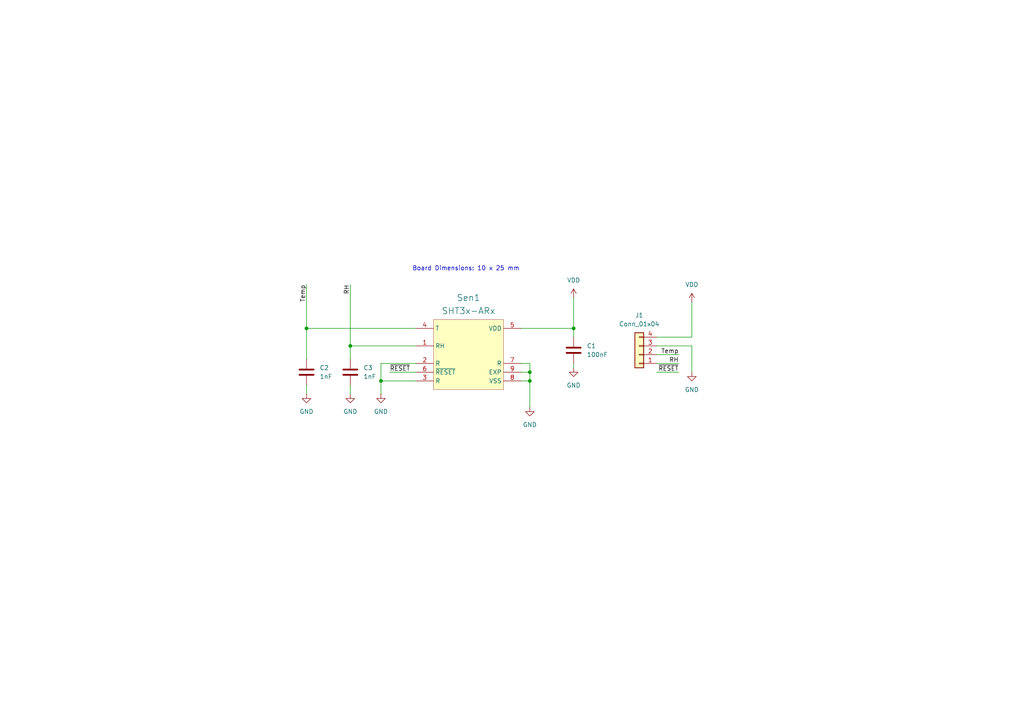
<source format=kicad_sch>
(kicad_sch
	(version 20250114)
	(generator "eeschema")
	(generator_version "9.0")
	(uuid "1a59383d-dbc8-4910-97ad-dc741e024815")
	(paper "A4")
	(lib_symbols
		(symbol "Connector_Generic:Conn_01x04"
			(pin_names
				(offset 1.016)
				(hide yes)
			)
			(exclude_from_sim no)
			(in_bom yes)
			(on_board yes)
			(property "Reference" "J"
				(at 0 5.08 0)
				(effects
					(font
						(size 1.27 1.27)
					)
				)
			)
			(property "Value" "Conn_01x04"
				(at 0 -7.62 0)
				(effects
					(font
						(size 1.27 1.27)
					)
				)
			)
			(property "Footprint" ""
				(at 0 0 0)
				(effects
					(font
						(size 1.27 1.27)
					)
					(hide yes)
				)
			)
			(property "Datasheet" "~"
				(at 0 0 0)
				(effects
					(font
						(size 1.27 1.27)
					)
					(hide yes)
				)
			)
			(property "Description" "Generic connector, single row, 01x04, script generated (kicad-library-utils/schlib/autogen/connector/)"
				(at 0 0 0)
				(effects
					(font
						(size 1.27 1.27)
					)
					(hide yes)
				)
			)
			(property "ki_keywords" "connector"
				(at 0 0 0)
				(effects
					(font
						(size 1.27 1.27)
					)
					(hide yes)
				)
			)
			(property "ki_fp_filters" "Connector*:*_1x??_*"
				(at 0 0 0)
				(effects
					(font
						(size 1.27 1.27)
					)
					(hide yes)
				)
			)
			(symbol "Conn_01x04_1_1"
				(rectangle
					(start -1.27 3.81)
					(end 1.27 -6.35)
					(stroke
						(width 0.254)
						(type default)
					)
					(fill
						(type background)
					)
				)
				(rectangle
					(start -1.27 2.667)
					(end 0 2.413)
					(stroke
						(width 0.1524)
						(type default)
					)
					(fill
						(type none)
					)
				)
				(rectangle
					(start -1.27 0.127)
					(end 0 -0.127)
					(stroke
						(width 0.1524)
						(type default)
					)
					(fill
						(type none)
					)
				)
				(rectangle
					(start -1.27 -2.413)
					(end 0 -2.667)
					(stroke
						(width 0.1524)
						(type default)
					)
					(fill
						(type none)
					)
				)
				(rectangle
					(start -1.27 -4.953)
					(end 0 -5.207)
					(stroke
						(width 0.1524)
						(type default)
					)
					(fill
						(type none)
					)
				)
				(pin passive line
					(at -5.08 2.54 0)
					(length 3.81)
					(name "Pin_1"
						(effects
							(font
								(size 1.27 1.27)
							)
						)
					)
					(number "1"
						(effects
							(font
								(size 1.27 1.27)
							)
						)
					)
				)
				(pin passive line
					(at -5.08 0 0)
					(length 3.81)
					(name "Pin_2"
						(effects
							(font
								(size 1.27 1.27)
							)
						)
					)
					(number "2"
						(effects
							(font
								(size 1.27 1.27)
							)
						)
					)
				)
				(pin passive line
					(at -5.08 -2.54 0)
					(length 3.81)
					(name "Pin_3"
						(effects
							(font
								(size 1.27 1.27)
							)
						)
					)
					(number "3"
						(effects
							(font
								(size 1.27 1.27)
							)
						)
					)
				)
				(pin passive line
					(at -5.08 -5.08 0)
					(length 3.81)
					(name "Pin_4"
						(effects
							(font
								(size 1.27 1.27)
							)
						)
					)
					(number "4"
						(effects
							(font
								(size 1.27 1.27)
							)
						)
					)
				)
			)
			(embedded_fonts no)
		)
		(symbol "Device:C"
			(pin_numbers
				(hide yes)
			)
			(pin_names
				(offset 0.254)
			)
			(exclude_from_sim no)
			(in_bom yes)
			(on_board yes)
			(property "Reference" "C"
				(at 0.635 2.54 0)
				(effects
					(font
						(size 1.27 1.27)
					)
					(justify left)
				)
			)
			(property "Value" "C"
				(at 0.635 -2.54 0)
				(effects
					(font
						(size 1.27 1.27)
					)
					(justify left)
				)
			)
			(property "Footprint" ""
				(at 0.9652 -3.81 0)
				(effects
					(font
						(size 1.27 1.27)
					)
					(hide yes)
				)
			)
			(property "Datasheet" "~"
				(at 0 0 0)
				(effects
					(font
						(size 1.27 1.27)
					)
					(hide yes)
				)
			)
			(property "Description" "Unpolarized capacitor"
				(at 0 0 0)
				(effects
					(font
						(size 1.27 1.27)
					)
					(hide yes)
				)
			)
			(property "ki_keywords" "cap capacitor"
				(at 0 0 0)
				(effects
					(font
						(size 1.27 1.27)
					)
					(hide yes)
				)
			)
			(property "ki_fp_filters" "C_*"
				(at 0 0 0)
				(effects
					(font
						(size 1.27 1.27)
					)
					(hide yes)
				)
			)
			(symbol "C_0_1"
				(polyline
					(pts
						(xy -2.032 0.762) (xy 2.032 0.762)
					)
					(stroke
						(width 0.508)
						(type default)
					)
					(fill
						(type none)
					)
				)
				(polyline
					(pts
						(xy -2.032 -0.762) (xy 2.032 -0.762)
					)
					(stroke
						(width 0.508)
						(type default)
					)
					(fill
						(type none)
					)
				)
			)
			(symbol "C_1_1"
				(pin passive line
					(at 0 3.81 270)
					(length 2.794)
					(name "~"
						(effects
							(font
								(size 1.27 1.27)
							)
						)
					)
					(number "1"
						(effects
							(font
								(size 1.27 1.27)
							)
						)
					)
				)
				(pin passive line
					(at 0 -3.81 90)
					(length 2.794)
					(name "~"
						(effects
							(font
								(size 1.27 1.27)
							)
						)
					)
					(number "2"
						(effects
							(font
								(size 1.27 1.27)
							)
						)
					)
				)
			)
			(embedded_fonts no)
		)
		(symbol "Temp_sensor:SHT3x-ARx"
			(exclude_from_sim no)
			(in_bom yes)
			(on_board yes)
			(property "Reference" "Sen"
				(at -0.254 3.302 0)
				(effects
					(font
						(size 1.8288 1.8288)
					)
				)
			)
			(property "Value" "SHT3x-ARx"
				(at -7.62 -1.27 0)
				(effects
					(font
						(size 1.8288 1.8288)
					)
					(justify left bottom)
				)
			)
			(property "Footprint" ""
				(at 0 0 0)
				(effects
					(font
						(size 1.27 1.27)
					)
					(hide yes)
				)
			)
			(property "Datasheet" ""
				(at 0 0 0)
				(effects
					(font
						(size 1.27 1.27)
					)
					(hide yes)
				)
			)
			(property "Description" ""
				(at 0 0 0)
				(effects
					(font
						(size 1.27 1.27)
					)
					(hide yes)
				)
			)
			(symbol "SHT3x-ARx_1_0"
				(rectangle
					(start -10.16 10.16)
					(end 10.16 -10.16)
					(stroke
						(width 0.0254)
						(type solid)
						(color 128 0 0 1)
					)
					(fill
						(type background)
					)
				)
				(pin output line
					(at -15.24 7.62 0)
					(length 5.08)
					(name "T"
						(effects
							(font
								(size 1.27 1.27)
							)
						)
					)
					(number "4"
						(effects
							(font
								(size 1.27 1.27)
							)
						)
					)
				)
				(pin output line
					(at -15.24 2.54 0)
					(length 5.08)
					(name "RH"
						(effects
							(font
								(size 1.27 1.27)
							)
						)
					)
					(number "1"
						(effects
							(font
								(size 1.27 1.27)
							)
						)
					)
				)
				(pin passive line
					(at -15.24 -2.54 0)
					(length 5.08)
					(name "R"
						(effects
							(font
								(size 1.27 1.27)
							)
						)
					)
					(number "2"
						(effects
							(font
								(size 1.27 1.27)
							)
						)
					)
				)
				(pin input line
					(at -15.24 -5.08 0)
					(length 5.08)
					(name "~{RESET}"
						(effects
							(font
								(size 1.27 1.27)
							)
						)
					)
					(number "6"
						(effects
							(font
								(size 1.27 1.27)
							)
						)
					)
				)
				(pin passive line
					(at -15.24 -7.62 0)
					(length 5.08)
					(name "R"
						(effects
							(font
								(size 1.27 1.27)
							)
						)
					)
					(number "3"
						(effects
							(font
								(size 1.27 1.27)
							)
						)
					)
				)
				(pin power_in line
					(at 15.24 7.62 180)
					(length 5.08)
					(name "VDD"
						(effects
							(font
								(size 1.27 1.27)
							)
						)
					)
					(number "5"
						(effects
							(font
								(size 1.27 1.27)
							)
						)
					)
				)
				(pin passive line
					(at 15.24 -2.54 180)
					(length 5.08)
					(name "R"
						(effects
							(font
								(size 1.27 1.27)
							)
						)
					)
					(number "7"
						(effects
							(font
								(size 1.27 1.27)
							)
						)
					)
				)
				(pin passive line
					(at 15.24 -5.08 180)
					(length 5.08)
					(name "EXP"
						(effects
							(font
								(size 1.27 1.27)
							)
						)
					)
					(number "9"
						(effects
							(font
								(size 1.27 1.27)
							)
						)
					)
				)
				(pin power_in line
					(at 15.24 -7.62 180)
					(length 5.08)
					(name "VSS"
						(effects
							(font
								(size 1.27 1.27)
							)
						)
					)
					(number "8"
						(effects
							(font
								(size 1.27 1.27)
							)
						)
					)
				)
			)
			(embedded_fonts no)
		)
		(symbol "power:GND"
			(power)
			(pin_numbers
				(hide yes)
			)
			(pin_names
				(offset 0)
				(hide yes)
			)
			(exclude_from_sim no)
			(in_bom yes)
			(on_board yes)
			(property "Reference" "#PWR"
				(at 0 -6.35 0)
				(effects
					(font
						(size 1.27 1.27)
					)
					(hide yes)
				)
			)
			(property "Value" "GND"
				(at 0 -3.81 0)
				(effects
					(font
						(size 1.27 1.27)
					)
				)
			)
			(property "Footprint" ""
				(at 0 0 0)
				(effects
					(font
						(size 1.27 1.27)
					)
					(hide yes)
				)
			)
			(property "Datasheet" ""
				(at 0 0 0)
				(effects
					(font
						(size 1.27 1.27)
					)
					(hide yes)
				)
			)
			(property "Description" "Power symbol creates a global label with name \"GND\" , ground"
				(at 0 0 0)
				(effects
					(font
						(size 1.27 1.27)
					)
					(hide yes)
				)
			)
			(property "ki_keywords" "global power"
				(at 0 0 0)
				(effects
					(font
						(size 1.27 1.27)
					)
					(hide yes)
				)
			)
			(symbol "GND_0_1"
				(polyline
					(pts
						(xy 0 0) (xy 0 -1.27) (xy 1.27 -1.27) (xy 0 -2.54) (xy -1.27 -1.27) (xy 0 -1.27)
					)
					(stroke
						(width 0)
						(type default)
					)
					(fill
						(type none)
					)
				)
			)
			(symbol "GND_1_1"
				(pin power_in line
					(at 0 0 270)
					(length 0)
					(name "~"
						(effects
							(font
								(size 1.27 1.27)
							)
						)
					)
					(number "1"
						(effects
							(font
								(size 1.27 1.27)
							)
						)
					)
				)
			)
			(embedded_fonts no)
		)
		(symbol "power:VDD"
			(power)
			(pin_numbers
				(hide yes)
			)
			(pin_names
				(offset 0)
				(hide yes)
			)
			(exclude_from_sim no)
			(in_bom yes)
			(on_board yes)
			(property "Reference" "#PWR"
				(at 0 -3.81 0)
				(effects
					(font
						(size 1.27 1.27)
					)
					(hide yes)
				)
			)
			(property "Value" "VDD"
				(at 0 3.556 0)
				(effects
					(font
						(size 1.27 1.27)
					)
				)
			)
			(property "Footprint" ""
				(at 0 0 0)
				(effects
					(font
						(size 1.27 1.27)
					)
					(hide yes)
				)
			)
			(property "Datasheet" ""
				(at 0 0 0)
				(effects
					(font
						(size 1.27 1.27)
					)
					(hide yes)
				)
			)
			(property "Description" "Power symbol creates a global label with name \"VDD\""
				(at 0 0 0)
				(effects
					(font
						(size 1.27 1.27)
					)
					(hide yes)
				)
			)
			(property "ki_keywords" "global power"
				(at 0 0 0)
				(effects
					(font
						(size 1.27 1.27)
					)
					(hide yes)
				)
			)
			(symbol "VDD_0_1"
				(polyline
					(pts
						(xy -0.762 1.27) (xy 0 2.54)
					)
					(stroke
						(width 0)
						(type default)
					)
					(fill
						(type none)
					)
				)
				(polyline
					(pts
						(xy 0 2.54) (xy 0.762 1.27)
					)
					(stroke
						(width 0)
						(type default)
					)
					(fill
						(type none)
					)
				)
				(polyline
					(pts
						(xy 0 0) (xy 0 2.54)
					)
					(stroke
						(width 0)
						(type default)
					)
					(fill
						(type none)
					)
				)
			)
			(symbol "VDD_1_1"
				(pin power_in line
					(at 0 0 90)
					(length 0)
					(name "~"
						(effects
							(font
								(size 1.27 1.27)
							)
						)
					)
					(number "1"
						(effects
							(font
								(size 1.27 1.27)
							)
						)
					)
				)
			)
			(embedded_fonts no)
		)
	)
	(text "Board Dimensions: 10 x 25 mm \n\n"
		(exclude_from_sim no)
		(at 135.636 78.994 0)
		(effects
			(font
				(size 1.27 1.27)
			)
		)
		(uuid "a8b66c77-9f2e-47f8-86ae-751a4d48cfdc")
	)
	(junction
		(at 166.37 95.25)
		(diameter 0)
		(color 0 0 0 0)
		(uuid "5ff1eba0-2489-4faf-9d32-6d5fcf5dd0a2")
	)
	(junction
		(at 153.67 110.49)
		(diameter 0)
		(color 0 0 0 0)
		(uuid "7aae1a2b-aaa4-44aa-9bd2-54479bf1b07b")
	)
	(junction
		(at 110.49 110.49)
		(diameter 0)
		(color 0 0 0 0)
		(uuid "94def6a8-4576-42fc-8296-34adfeec9c66")
	)
	(junction
		(at 101.6 100.33)
		(diameter 0)
		(color 0 0 0 0)
		(uuid "9fb7a36d-e831-4a82-b22d-6f13d86598ea")
	)
	(junction
		(at 153.67 107.95)
		(diameter 0)
		(color 0 0 0 0)
		(uuid "b9a0070b-0bfd-40c3-939a-7f80a5fa6914")
	)
	(junction
		(at 88.9 95.25)
		(diameter 0)
		(color 0 0 0 0)
		(uuid "e1bf2d19-12c8-4127-8fba-54384e09d804")
	)
	(wire
		(pts
			(xy 190.5 100.33) (xy 200.66 100.33)
		)
		(stroke
			(width 0)
			(type default)
		)
		(uuid "12bda1c9-4d89-458d-a15c-9d1fb7f45a7f")
	)
	(wire
		(pts
			(xy 196.85 107.95) (xy 190.5 107.95)
		)
		(stroke
			(width 0)
			(type default)
		)
		(uuid "2691892d-7855-48a3-831d-1119eebcc64c")
	)
	(wire
		(pts
			(xy 166.37 105.41) (xy 166.37 106.68)
		)
		(stroke
			(width 0)
			(type default)
		)
		(uuid "2b0be962-d6e9-4627-8250-050ce038489c")
	)
	(wire
		(pts
			(xy 166.37 95.25) (xy 166.37 97.79)
		)
		(stroke
			(width 0)
			(type default)
		)
		(uuid "30143d22-7a84-444c-bcd2-75c86c6c3cfc")
	)
	(wire
		(pts
			(xy 110.49 110.49) (xy 120.65 110.49)
		)
		(stroke
			(width 0)
			(type default)
		)
		(uuid "323fcee9-b5f3-40c0-a449-e003bc03fcda")
	)
	(wire
		(pts
			(xy 190.5 105.41) (xy 196.85 105.41)
		)
		(stroke
			(width 0)
			(type default)
		)
		(uuid "3a0d5e0c-96ea-46fe-81da-ee273de34958")
	)
	(wire
		(pts
			(xy 110.49 110.49) (xy 110.49 114.3)
		)
		(stroke
			(width 0)
			(type default)
		)
		(uuid "3e6fe304-891c-42b0-81ed-695d526cbfec")
	)
	(wire
		(pts
			(xy 166.37 86.36) (xy 166.37 95.25)
		)
		(stroke
			(width 0)
			(type default)
		)
		(uuid "407d7211-b8c4-4903-9385-a97100098d73")
	)
	(wire
		(pts
			(xy 200.66 97.79) (xy 200.66 87.63)
		)
		(stroke
			(width 0)
			(type default)
		)
		(uuid "505a0307-59a4-4371-af7e-33c9dfb59573")
	)
	(wire
		(pts
			(xy 151.13 95.25) (xy 166.37 95.25)
		)
		(stroke
			(width 0)
			(type default)
		)
		(uuid "735aa90e-e2e1-4c49-96e4-acf5b92e63fa")
	)
	(wire
		(pts
			(xy 190.5 102.87) (xy 196.85 102.87)
		)
		(stroke
			(width 0)
			(type default)
		)
		(uuid "755920c6-129a-478f-ab5d-edce184a6542")
	)
	(wire
		(pts
			(xy 101.6 104.14) (xy 101.6 100.33)
		)
		(stroke
			(width 0)
			(type default)
		)
		(uuid "7a33f475-6da9-487a-b29a-f21369d51752")
	)
	(wire
		(pts
			(xy 153.67 110.49) (xy 153.67 118.11)
		)
		(stroke
			(width 0)
			(type default)
		)
		(uuid "7c269b75-1ab2-4025-9e46-358cd6b9e58f")
	)
	(wire
		(pts
			(xy 153.67 105.41) (xy 153.67 107.95)
		)
		(stroke
			(width 0)
			(type default)
		)
		(uuid "80aeb0cd-14eb-45b8-840a-964013851365")
	)
	(wire
		(pts
			(xy 88.9 95.25) (xy 120.65 95.25)
		)
		(stroke
			(width 0)
			(type default)
		)
		(uuid "885ed6e3-8147-4b6f-b274-7a076db54c30")
	)
	(wire
		(pts
			(xy 153.67 107.95) (xy 153.67 110.49)
		)
		(stroke
			(width 0)
			(type default)
		)
		(uuid "973d0eb9-04b8-4b24-bc73-4db988cfb008")
	)
	(wire
		(pts
			(xy 88.9 95.25) (xy 88.9 104.14)
		)
		(stroke
			(width 0)
			(type default)
		)
		(uuid "a61a424e-8fe6-4138-ab9a-2ec06e29f9f7")
	)
	(wire
		(pts
			(xy 101.6 100.33) (xy 120.65 100.33)
		)
		(stroke
			(width 0)
			(type default)
		)
		(uuid "b408a587-61ea-4a5e-90fd-5df7d5854976")
	)
	(wire
		(pts
			(xy 88.9 82.55) (xy 88.9 95.25)
		)
		(stroke
			(width 0)
			(type default)
		)
		(uuid "b9513779-19a5-4690-aaae-d09a0d0ca099")
	)
	(wire
		(pts
			(xy 110.49 105.41) (xy 110.49 110.49)
		)
		(stroke
			(width 0)
			(type default)
		)
		(uuid "c5f45541-d4a0-41e1-80cd-e4694b4aba95")
	)
	(wire
		(pts
			(xy 113.03 107.95) (xy 120.65 107.95)
		)
		(stroke
			(width 0)
			(type default)
		)
		(uuid "cdf04731-f0cd-4baf-9cc2-9ec4aa1e263b")
	)
	(wire
		(pts
			(xy 151.13 105.41) (xy 153.67 105.41)
		)
		(stroke
			(width 0)
			(type default)
		)
		(uuid "d520686c-a969-4001-bf33-063277bba177")
	)
	(wire
		(pts
			(xy 190.5 97.79) (xy 200.66 97.79)
		)
		(stroke
			(width 0)
			(type default)
		)
		(uuid "df2ac0ea-4286-4a06-8a99-f667fa8b2bfc")
	)
	(wire
		(pts
			(xy 151.13 110.49) (xy 153.67 110.49)
		)
		(stroke
			(width 0)
			(type default)
		)
		(uuid "e924a143-6c36-40ec-859b-ef8d1c93f8e6")
	)
	(wire
		(pts
			(xy 101.6 111.76) (xy 101.6 114.3)
		)
		(stroke
			(width 0)
			(type default)
		)
		(uuid "ebd968b0-bb7e-455a-ad61-c3f56b0a96f3")
	)
	(wire
		(pts
			(xy 88.9 111.76) (xy 88.9 114.3)
		)
		(stroke
			(width 0)
			(type default)
		)
		(uuid "ec38d2a9-292f-41f6-9d27-e82ff459db7c")
	)
	(wire
		(pts
			(xy 101.6 82.55) (xy 101.6 100.33)
		)
		(stroke
			(width 0)
			(type default)
		)
		(uuid "ec58fd0b-d243-4cfe-8521-ee87bdd02af3")
	)
	(wire
		(pts
			(xy 120.65 105.41) (xy 110.49 105.41)
		)
		(stroke
			(width 0)
			(type default)
		)
		(uuid "ed23245d-3e63-4ea2-aef5-b80ee85d144a")
	)
	(wire
		(pts
			(xy 151.13 107.95) (xy 153.67 107.95)
		)
		(stroke
			(width 0)
			(type default)
		)
		(uuid "f158176f-d2e1-4be9-a811-f5dadae9a746")
	)
	(wire
		(pts
			(xy 200.66 100.33) (xy 200.66 107.95)
		)
		(stroke
			(width 0)
			(type default)
		)
		(uuid "f39ccdeb-99fe-4c96-9111-68fe128739a2")
	)
	(label "Temp"
		(at 88.9 82.55 270)
		(effects
			(font
				(size 1.27 1.27)
			)
			(justify right bottom)
		)
		(uuid "3109f8cc-3f85-41a8-b829-9bf0acb9853f")
	)
	(label "~{RESET}"
		(at 113.03 107.95 0)
		(effects
			(font
				(size 1.27 1.27)
			)
			(justify left bottom)
		)
		(uuid "910cc522-81f8-44cb-9c81-382ba0fa9a95")
	)
	(label "RH"
		(at 196.85 105.41 180)
		(effects
			(font
				(size 1.27 1.27)
			)
			(justify right bottom)
		)
		(uuid "9eb456a3-4da2-40fc-a48a-a6329efa8a53")
	)
	(label "~{RESET}"
		(at 196.85 107.95 180)
		(effects
			(font
				(size 1.27 1.27)
			)
			(justify right bottom)
		)
		(uuid "cf8591aa-cf9b-4c12-aa89-572c2632d506")
	)
	(label "Temp"
		(at 196.85 102.87 180)
		(effects
			(font
				(size 1.27 1.27)
			)
			(justify right bottom)
		)
		(uuid "d1af8a7a-3852-4899-8fb2-1f18570d5658")
	)
	(label "RH"
		(at 101.6 82.55 270)
		(effects
			(font
				(size 1.27 1.27)
			)
			(justify right bottom)
		)
		(uuid "e7b1ab39-93ce-46b2-b114-e906535ca55a")
	)
	(symbol
		(lib_id "Device:C")
		(at 166.37 101.6 0)
		(unit 1)
		(exclude_from_sim no)
		(in_bom yes)
		(on_board yes)
		(dnp no)
		(fields_autoplaced yes)
		(uuid "2304bff7-6e31-4f78-83b0-ef304d1c54db")
		(property "Reference" "C1"
			(at 170.18 100.3299 0)
			(effects
				(font
					(size 1.27 1.27)
				)
				(justify left)
			)
		)
		(property "Value" "100nF"
			(at 170.18 102.8699 0)
			(effects
				(font
					(size 1.27 1.27)
				)
				(justify left)
			)
		)
		(property "Footprint" "Capacitor_SMD:C_0603_1608Metric"
			(at 167.3352 105.41 0)
			(effects
				(font
					(size 1.27 1.27)
				)
				(hide yes)
			)
		)
		(property "Datasheet" "~"
			(at 166.37 101.6 0)
			(effects
				(font
					(size 1.27 1.27)
				)
				(hide yes)
			)
		)
		(property "Description" "Unpolarized capacitor"
			(at 166.37 101.6 0)
			(effects
				(font
					(size 1.27 1.27)
				)
				(hide yes)
			)
		)
		(pin "2"
			(uuid "d3474a29-1fb9-4a2b-8bd3-c2eecca54aba")
		)
		(pin "1"
			(uuid "68dcd538-cefa-4c36-b56a-e375f2653094")
		)
		(instances
			(project ""
				(path "/1a59383d-dbc8-4910-97ad-dc741e024815"
					(reference "C1")
					(unit 1)
				)
			)
		)
	)
	(symbol
		(lib_id "Device:C")
		(at 101.6 107.95 0)
		(unit 1)
		(exclude_from_sim no)
		(in_bom yes)
		(on_board yes)
		(dnp no)
		(fields_autoplaced yes)
		(uuid "29422d1f-95b8-4688-90ee-23698d1000cb")
		(property "Reference" "C3"
			(at 105.41 106.6799 0)
			(effects
				(font
					(size 1.27 1.27)
				)
				(justify left)
			)
		)
		(property "Value" "1nF"
			(at 105.41 109.2199 0)
			(effects
				(font
					(size 1.27 1.27)
				)
				(justify left)
			)
		)
		(property "Footprint" "Capacitor_SMD:C_0603_1608Metric"
			(at 102.5652 111.76 0)
			(effects
				(font
					(size 1.27 1.27)
				)
				(hide yes)
			)
		)
		(property "Datasheet" "~"
			(at 101.6 107.95 0)
			(effects
				(font
					(size 1.27 1.27)
				)
				(hide yes)
			)
		)
		(property "Description" "Unpolarized capacitor"
			(at 101.6 107.95 0)
			(effects
				(font
					(size 1.27 1.27)
				)
				(hide yes)
			)
		)
		(pin "2"
			(uuid "8d22664e-d062-4027-b260-20eaa7e4a27b")
		)
		(pin "1"
			(uuid "4dc63498-211c-4a70-bef2-d389cc15a11e")
		)
		(instances
			(project "HVAC_sensor_board"
				(path "/1a59383d-dbc8-4910-97ad-dc741e024815"
					(reference "C3")
					(unit 1)
				)
			)
		)
	)
	(symbol
		(lib_id "Temp_sensor:SHT3x-ARx")
		(at 135.89 102.87 0)
		(unit 1)
		(exclude_from_sim no)
		(in_bom yes)
		(on_board yes)
		(dnp no)
		(fields_autoplaced yes)
		(uuid "29c1dc25-8f50-46d9-adb2-36503c5b2b92")
		(property "Reference" "Sen1"
			(at 135.89 86.36 0)
			(effects
				(font
					(size 1.8288 1.8288)
				)
			)
		)
		(property "Value" "SHT3x-ARx"
			(at 135.89 90.17 0)
			(effects
				(font
					(size 1.8288 1.8288)
				)
			)
		)
		(property "Footprint" "Sensor_Humidity:SHT30"
			(at 135.89 102.87 0)
			(effects
				(font
					(size 1.27 1.27)
				)
				(hide yes)
			)
		)
		(property "Datasheet" ""
			(at 135.89 102.87 0)
			(effects
				(font
					(size 1.27 1.27)
				)
				(hide yes)
			)
		)
		(property "Description" ""
			(at 135.89 102.87 0)
			(effects
				(font
					(size 1.27 1.27)
				)
				(hide yes)
			)
		)
		(pin "9"
			(uuid "eca86c05-97e0-49f9-a1b0-de049d8b1fd5")
		)
		(pin "5"
			(uuid "d8e10713-23e4-43b7-bb91-740a8fdc67b3")
		)
		(pin "1"
			(uuid "14604a9a-f914-4bb6-8acb-47f3cf7a52ec")
		)
		(pin "2"
			(uuid "3e417c3f-20e5-407f-abb1-f54746cec1ad")
		)
		(pin "6"
			(uuid "a9582859-483d-4478-8792-3c5dae400a21")
		)
		(pin "7"
			(uuid "9dcb560b-2a1d-454a-b170-4e37e90e5ea6")
		)
		(pin "4"
			(uuid "294af60a-09d0-4720-b1f3-684b015c3518")
		)
		(pin "8"
			(uuid "21fd9348-cf8d-4b8f-b781-bcbabca76fc9")
		)
		(pin "3"
			(uuid "1294cc48-42b8-43f9-a0c2-818b5171b48f")
		)
		(instances
			(project ""
				(path "/1a59383d-dbc8-4910-97ad-dc741e024815"
					(reference "Sen1")
					(unit 1)
				)
			)
		)
	)
	(symbol
		(lib_id "power:VDD")
		(at 200.66 87.63 0)
		(unit 1)
		(exclude_from_sim no)
		(in_bom yes)
		(on_board yes)
		(dnp no)
		(fields_autoplaced yes)
		(uuid "35529228-d3ba-4ec3-b4a3-4d6e56b00052")
		(property "Reference" "#PWR04"
			(at 200.66 91.44 0)
			(effects
				(font
					(size 1.27 1.27)
				)
				(hide yes)
			)
		)
		(property "Value" "VDD"
			(at 200.66 82.55 0)
			(effects
				(font
					(size 1.27 1.27)
				)
			)
		)
		(property "Footprint" ""
			(at 200.66 87.63 0)
			(effects
				(font
					(size 1.27 1.27)
				)
				(hide yes)
			)
		)
		(property "Datasheet" ""
			(at 200.66 87.63 0)
			(effects
				(font
					(size 1.27 1.27)
				)
				(hide yes)
			)
		)
		(property "Description" "Power symbol creates a global label with name \"VDD\""
			(at 200.66 87.63 0)
			(effects
				(font
					(size 1.27 1.27)
				)
				(hide yes)
			)
		)
		(pin "1"
			(uuid "3f5876d2-02ad-4b23-b831-4c5d359fbd87")
		)
		(instances
			(project ""
				(path "/1a59383d-dbc8-4910-97ad-dc741e024815"
					(reference "#PWR04")
					(unit 1)
				)
			)
		)
	)
	(symbol
		(lib_id "Connector_Generic:Conn_01x04")
		(at 185.42 102.87 180)
		(unit 1)
		(exclude_from_sim no)
		(in_bom yes)
		(on_board yes)
		(dnp no)
		(fields_autoplaced yes)
		(uuid "4af6f1bb-15bf-4e3d-a0e6-fd16d520c13a")
		(property "Reference" "J1"
			(at 185.42 91.44 0)
			(effects
				(font
					(size 1.27 1.27)
				)
			)
		)
		(property "Value" "Conn_01x04"
			(at 185.42 93.98 0)
			(effects
				(font
					(size 1.27 1.27)
				)
			)
		)
		(property "Footprint" "Connector_PinHeader_2.54mm:PinHeader_1x04_P2.54mm_Vertical"
			(at 185.42 102.87 0)
			(effects
				(font
					(size 1.27 1.27)
				)
				(hide yes)
			)
		)
		(property "Datasheet" "~"
			(at 185.42 102.87 0)
			(effects
				(font
					(size 1.27 1.27)
				)
				(hide yes)
			)
		)
		(property "Description" "Generic connector, single row, 01x04, script generated (kicad-library-utils/schlib/autogen/connector/)"
			(at 185.42 102.87 0)
			(effects
				(font
					(size 1.27 1.27)
				)
				(hide yes)
			)
		)
		(pin "4"
			(uuid "6ac7b5bd-4a8b-498e-b701-daa491981f50")
		)
		(pin "2"
			(uuid "325d9ee6-743d-4b71-a3c0-b2d86a5087c8")
		)
		(pin "1"
			(uuid "953eb152-4054-4339-976b-e01108c7235e")
		)
		(pin "3"
			(uuid "c5d8cf75-eecf-4481-91e5-64bd932690e3")
		)
		(instances
			(project ""
				(path "/1a59383d-dbc8-4910-97ad-dc741e024815"
					(reference "J1")
					(unit 1)
				)
			)
		)
	)
	(symbol
		(lib_id "power:GND")
		(at 110.49 114.3 0)
		(unit 1)
		(exclude_from_sim no)
		(in_bom yes)
		(on_board yes)
		(dnp no)
		(fields_autoplaced yes)
		(uuid "587f98cc-29a9-41ad-83d7-654317ce010f")
		(property "Reference" "#PWR05"
			(at 110.49 120.65 0)
			(effects
				(font
					(size 1.27 1.27)
				)
				(hide yes)
			)
		)
		(property "Value" "GND"
			(at 110.49 119.38 0)
			(effects
				(font
					(size 1.27 1.27)
				)
			)
		)
		(property "Footprint" ""
			(at 110.49 114.3 0)
			(effects
				(font
					(size 1.27 1.27)
				)
				(hide yes)
			)
		)
		(property "Datasheet" ""
			(at 110.49 114.3 0)
			(effects
				(font
					(size 1.27 1.27)
				)
				(hide yes)
			)
		)
		(property "Description" "Power symbol creates a global label with name \"GND\" , ground"
			(at 110.49 114.3 0)
			(effects
				(font
					(size 1.27 1.27)
				)
				(hide yes)
			)
		)
		(pin "1"
			(uuid "0fecd742-f1ab-40e7-92ff-d5acf6652409")
		)
		(instances
			(project "HVAC_sensor_board"
				(path "/1a59383d-dbc8-4910-97ad-dc741e024815"
					(reference "#PWR05")
					(unit 1)
				)
			)
		)
	)
	(symbol
		(lib_id "power:GND")
		(at 153.67 118.11 0)
		(unit 1)
		(exclude_from_sim no)
		(in_bom yes)
		(on_board yes)
		(dnp no)
		(fields_autoplaced yes)
		(uuid "62ef3bea-3645-4408-805e-33be043ea33e")
		(property "Reference" "#PWR06"
			(at 153.67 124.46 0)
			(effects
				(font
					(size 1.27 1.27)
				)
				(hide yes)
			)
		)
		(property "Value" "GND"
			(at 153.67 123.19 0)
			(effects
				(font
					(size 1.27 1.27)
				)
			)
		)
		(property "Footprint" ""
			(at 153.67 118.11 0)
			(effects
				(font
					(size 1.27 1.27)
				)
				(hide yes)
			)
		)
		(property "Datasheet" ""
			(at 153.67 118.11 0)
			(effects
				(font
					(size 1.27 1.27)
				)
				(hide yes)
			)
		)
		(property "Description" "Power symbol creates a global label with name \"GND\" , ground"
			(at 153.67 118.11 0)
			(effects
				(font
					(size 1.27 1.27)
				)
				(hide yes)
			)
		)
		(pin "1"
			(uuid "816c49b8-31c3-4e57-92d2-e80947a5860c")
		)
		(instances
			(project "HVAC_sensor_board"
				(path "/1a59383d-dbc8-4910-97ad-dc741e024815"
					(reference "#PWR06")
					(unit 1)
				)
			)
		)
	)
	(symbol
		(lib_id "power:GND")
		(at 101.6 114.3 0)
		(unit 1)
		(exclude_from_sim no)
		(in_bom yes)
		(on_board yes)
		(dnp no)
		(fields_autoplaced yes)
		(uuid "7ac5addd-a18d-437f-8195-fe1eec1e35ba")
		(property "Reference" "#PWR03"
			(at 101.6 120.65 0)
			(effects
				(font
					(size 1.27 1.27)
				)
				(hide yes)
			)
		)
		(property "Value" "GND"
			(at 101.6 119.38 0)
			(effects
				(font
					(size 1.27 1.27)
				)
			)
		)
		(property "Footprint" ""
			(at 101.6 114.3 0)
			(effects
				(font
					(size 1.27 1.27)
				)
				(hide yes)
			)
		)
		(property "Datasheet" ""
			(at 101.6 114.3 0)
			(effects
				(font
					(size 1.27 1.27)
				)
				(hide yes)
			)
		)
		(property "Description" "Power symbol creates a global label with name \"GND\" , ground"
			(at 101.6 114.3 0)
			(effects
				(font
					(size 1.27 1.27)
				)
				(hide yes)
			)
		)
		(pin "1"
			(uuid "ad067343-6e07-4d74-83dc-f8689cbe829e")
		)
		(instances
			(project "HVAC_sensor_board"
				(path "/1a59383d-dbc8-4910-97ad-dc741e024815"
					(reference "#PWR03")
					(unit 1)
				)
			)
		)
	)
	(symbol
		(lib_id "power:GND")
		(at 200.66 107.95 0)
		(unit 1)
		(exclude_from_sim no)
		(in_bom yes)
		(on_board yes)
		(dnp no)
		(fields_autoplaced yes)
		(uuid "94e17eb9-08fa-47ba-be2c-7e6c3f6323c8")
		(property "Reference" "#PWR07"
			(at 200.66 114.3 0)
			(effects
				(font
					(size 1.27 1.27)
				)
				(hide yes)
			)
		)
		(property "Value" "GND"
			(at 200.66 113.03 0)
			(effects
				(font
					(size 1.27 1.27)
				)
			)
		)
		(property "Footprint" ""
			(at 200.66 107.95 0)
			(effects
				(font
					(size 1.27 1.27)
				)
				(hide yes)
			)
		)
		(property "Datasheet" ""
			(at 200.66 107.95 0)
			(effects
				(font
					(size 1.27 1.27)
				)
				(hide yes)
			)
		)
		(property "Description" "Power symbol creates a global label with name \"GND\" , ground"
			(at 200.66 107.95 0)
			(effects
				(font
					(size 1.27 1.27)
				)
				(hide yes)
			)
		)
		(pin "1"
			(uuid "c04b5575-e6a4-4a63-b6f2-cef081d32c27")
		)
		(instances
			(project "HVAC_sensor_board"
				(path "/1a59383d-dbc8-4910-97ad-dc741e024815"
					(reference "#PWR07")
					(unit 1)
				)
			)
		)
	)
	(symbol
		(lib_id "Device:C")
		(at 88.9 107.95 0)
		(unit 1)
		(exclude_from_sim no)
		(in_bom yes)
		(on_board yes)
		(dnp no)
		(fields_autoplaced yes)
		(uuid "ba47b9b3-c67b-47a3-a359-211a8f93bcb7")
		(property "Reference" "C2"
			(at 92.71 106.6799 0)
			(effects
				(font
					(size 1.27 1.27)
				)
				(justify left)
			)
		)
		(property "Value" "1nF"
			(at 92.71 109.2199 0)
			(effects
				(font
					(size 1.27 1.27)
				)
				(justify left)
			)
		)
		(property "Footprint" "Capacitor_SMD:C_0603_1608Metric"
			(at 89.8652 111.76 0)
			(effects
				(font
					(size 1.27 1.27)
				)
				(hide yes)
			)
		)
		(property "Datasheet" "~"
			(at 88.9 107.95 0)
			(effects
				(font
					(size 1.27 1.27)
				)
				(hide yes)
			)
		)
		(property "Description" "Unpolarized capacitor"
			(at 88.9 107.95 0)
			(effects
				(font
					(size 1.27 1.27)
				)
				(hide yes)
			)
		)
		(pin "2"
			(uuid "2fa2a228-0d09-4b89-b1d3-c66d69bfb93e")
		)
		(pin "1"
			(uuid "920a4d60-c44f-4bc7-a8f0-2af3b68b41c5")
		)
		(instances
			(project "HVAC_sensor_board"
				(path "/1a59383d-dbc8-4910-97ad-dc741e024815"
					(reference "C2")
					(unit 1)
				)
			)
		)
	)
	(symbol
		(lib_id "power:VDD")
		(at 166.37 86.36 0)
		(unit 1)
		(exclude_from_sim no)
		(in_bom yes)
		(on_board yes)
		(dnp no)
		(fields_autoplaced yes)
		(uuid "cbd4034e-ac87-4e84-872d-d2af1a4b6bf5")
		(property "Reference" "#PWR08"
			(at 166.37 90.17 0)
			(effects
				(font
					(size 1.27 1.27)
				)
				(hide yes)
			)
		)
		(property "Value" "VDD"
			(at 166.37 81.28 0)
			(effects
				(font
					(size 1.27 1.27)
				)
			)
		)
		(property "Footprint" ""
			(at 166.37 86.36 0)
			(effects
				(font
					(size 1.27 1.27)
				)
				(hide yes)
			)
		)
		(property "Datasheet" ""
			(at 166.37 86.36 0)
			(effects
				(font
					(size 1.27 1.27)
				)
				(hide yes)
			)
		)
		(property "Description" "Power symbol creates a global label with name \"VDD\""
			(at 166.37 86.36 0)
			(effects
				(font
					(size 1.27 1.27)
				)
				(hide yes)
			)
		)
		(pin "1"
			(uuid "8221c7f2-d608-4a63-81cb-9fa854aa50ea")
		)
		(instances
			(project "HVAC_sensor_board"
				(path "/1a59383d-dbc8-4910-97ad-dc741e024815"
					(reference "#PWR08")
					(unit 1)
				)
			)
		)
	)
	(symbol
		(lib_id "power:GND")
		(at 88.9 114.3 0)
		(unit 1)
		(exclude_from_sim no)
		(in_bom yes)
		(on_board yes)
		(dnp no)
		(fields_autoplaced yes)
		(uuid "e705afea-370c-4ad9-aca2-4db03d17f5b9")
		(property "Reference" "#PWR02"
			(at 88.9 120.65 0)
			(effects
				(font
					(size 1.27 1.27)
				)
				(hide yes)
			)
		)
		(property "Value" "GND"
			(at 88.9 119.38 0)
			(effects
				(font
					(size 1.27 1.27)
				)
			)
		)
		(property "Footprint" ""
			(at 88.9 114.3 0)
			(effects
				(font
					(size 1.27 1.27)
				)
				(hide yes)
			)
		)
		(property "Datasheet" ""
			(at 88.9 114.3 0)
			(effects
				(font
					(size 1.27 1.27)
				)
				(hide yes)
			)
		)
		(property "Description" "Power symbol creates a global label with name \"GND\" , ground"
			(at 88.9 114.3 0)
			(effects
				(font
					(size 1.27 1.27)
				)
				(hide yes)
			)
		)
		(pin "1"
			(uuid "c742ecb6-fa11-4d06-b3ef-445608f9ecb2")
		)
		(instances
			(project "HVAC_sensor_board"
				(path "/1a59383d-dbc8-4910-97ad-dc741e024815"
					(reference "#PWR02")
					(unit 1)
				)
			)
		)
	)
	(symbol
		(lib_id "power:GND")
		(at 166.37 106.68 0)
		(unit 1)
		(exclude_from_sim no)
		(in_bom yes)
		(on_board yes)
		(dnp no)
		(fields_autoplaced yes)
		(uuid "e810dd47-64eb-45da-bee9-f2cf7276b0f4")
		(property "Reference" "#PWR01"
			(at 166.37 113.03 0)
			(effects
				(font
					(size 1.27 1.27)
				)
				(hide yes)
			)
		)
		(property "Value" "GND"
			(at 166.37 111.76 0)
			(effects
				(font
					(size 1.27 1.27)
				)
			)
		)
		(property "Footprint" ""
			(at 166.37 106.68 0)
			(effects
				(font
					(size 1.27 1.27)
				)
				(hide yes)
			)
		)
		(property "Datasheet" ""
			(at 166.37 106.68 0)
			(effects
				(font
					(size 1.27 1.27)
				)
				(hide yes)
			)
		)
		(property "Description" "Power symbol creates a global label with name \"GND\" , ground"
			(at 166.37 106.68 0)
			(effects
				(font
					(size 1.27 1.27)
				)
				(hide yes)
			)
		)
		(pin "1"
			(uuid "525a9c9c-6983-4e27-8953-a453177db289")
		)
		(instances
			(project ""
				(path "/1a59383d-dbc8-4910-97ad-dc741e024815"
					(reference "#PWR01")
					(unit 1)
				)
			)
		)
	)
	(sheet_instances
		(path "/"
			(page "1")
		)
	)
	(embedded_fonts no)
)

</source>
